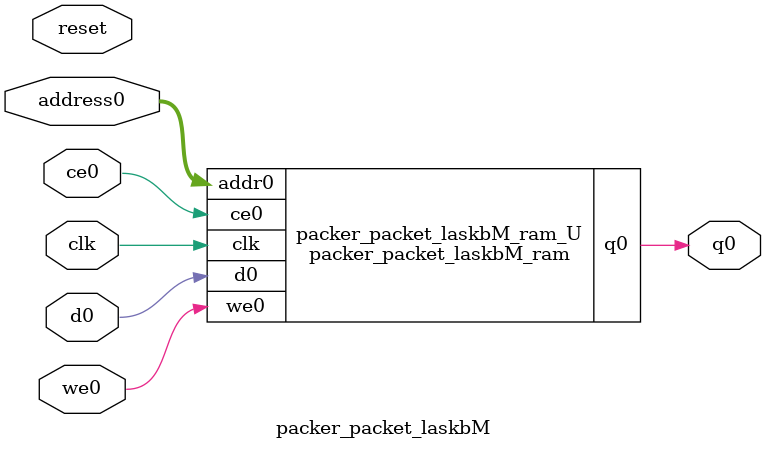
<source format=v>

`timescale 1 ns / 1 ps
module packer_packet_laskbM_ram (addr0, ce0, d0, we0, q0,  clk);

parameter DWIDTH = 1;
parameter AWIDTH = 4;
parameter MEM_SIZE = 10;

input[AWIDTH-1:0] addr0;
input ce0;
input[DWIDTH-1:0] d0;
input we0;
output reg[DWIDTH-1:0] q0;
input clk;

(* ram_style = "distributed" *)reg [DWIDTH-1:0] ram[0:MEM_SIZE-1];




always @(posedge clk)  
begin 
    if (ce0) 
    begin
        if (we0) 
        begin 
            ram[addr0] <= d0; 
            q0 <= d0;
        end 
        else 
            q0 <= ram[addr0];
    end
end


endmodule


`timescale 1 ns / 1 ps
module packer_packet_laskbM(
    reset,
    clk,
    address0,
    ce0,
    we0,
    d0,
    q0);

parameter DataWidth = 32'd1;
parameter AddressRange = 32'd10;
parameter AddressWidth = 32'd4;
input reset;
input clk;
input[AddressWidth - 1:0] address0;
input ce0;
input we0;
input[DataWidth - 1:0] d0;
output[DataWidth - 1:0] q0;



packer_packet_laskbM_ram packer_packet_laskbM_ram_U(
    .clk( clk ),
    .addr0( address0 ),
    .ce0( ce0 ),
    .d0( d0 ),
    .we0( we0 ),
    .q0( q0 ));

endmodule


</source>
